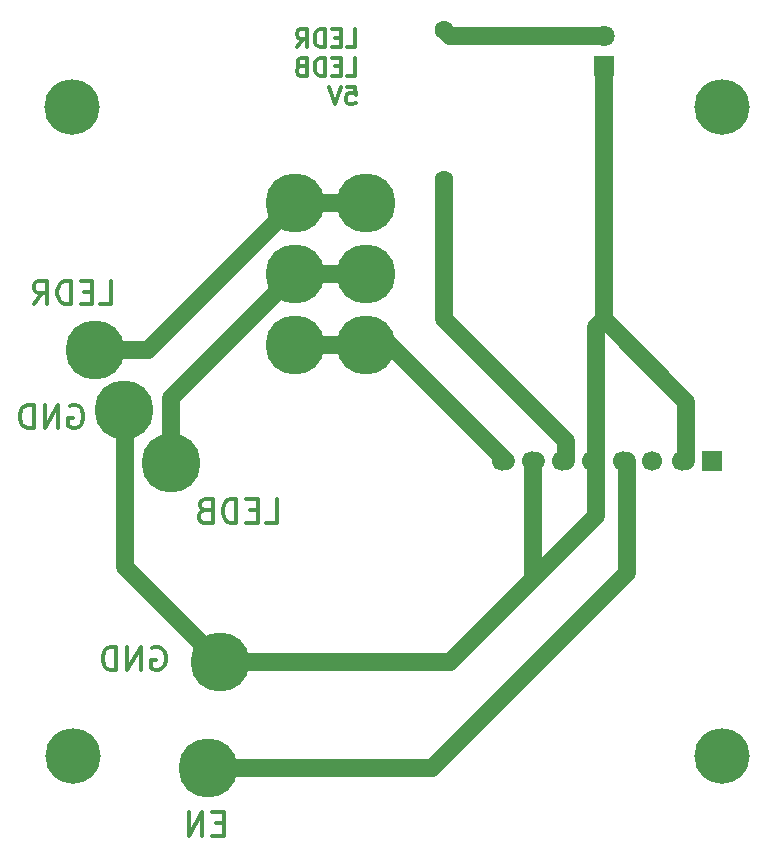
<source format=gbr>
%TF.GenerationSoftware,KiCad,Pcbnew,9.0.4*%
%TF.CreationDate,2025-10-05T17:07:57-04:00*%
%TF.ProjectId,Armor Panel,41726d6f-7220-4506-916e-656c2e6b6963,rev?*%
%TF.SameCoordinates,Original*%
%TF.FileFunction,Copper,L2,Bot*%
%TF.FilePolarity,Positive*%
%FSLAX46Y46*%
G04 Gerber Fmt 4.6, Leading zero omitted, Abs format (unit mm)*
G04 Created by KiCad (PCBNEW 9.0.4) date 2025-10-05 17:07:57*
%MOMM*%
%LPD*%
G01*
G04 APERTURE LIST*
%ADD10C,0.300000*%
%TA.AperFunction,NonConductor*%
%ADD11C,0.300000*%
%TD*%
%TA.AperFunction,ComponentPad*%
%ADD12C,5.000000*%
%TD*%
%TA.AperFunction,ComponentPad*%
%ADD13R,1.700000X1.700000*%
%TD*%
%TA.AperFunction,ComponentPad*%
%ADD14C,1.700000*%
%TD*%
%TA.AperFunction,WasherPad*%
%ADD15C,4.700000*%
%TD*%
%TA.AperFunction,ComponentPad*%
%ADD16R,1.800000X1.800000*%
%TD*%
%TA.AperFunction,ComponentPad*%
%ADD17C,1.800000*%
%TD*%
%TA.AperFunction,ComponentPad*%
%ADD18C,1.600000*%
%TD*%
%TA.AperFunction,Conductor*%
%ADD19C,1.500000*%
%TD*%
%TA.AperFunction,Conductor*%
%ADD20C,0.200000*%
%TD*%
G04 APERTURE END LIST*
D10*
D11*
X126374060Y-95239638D02*
X127326441Y-95239638D01*
X127326441Y-95239638D02*
X127326441Y-93239638D01*
X125707393Y-94192019D02*
X125040726Y-94192019D01*
X124755012Y-95239638D02*
X125707393Y-95239638D01*
X125707393Y-95239638D02*
X125707393Y-93239638D01*
X125707393Y-93239638D02*
X124755012Y-93239638D01*
X123897869Y-95239638D02*
X123897869Y-93239638D01*
X123897869Y-93239638D02*
X123421679Y-93239638D01*
X123421679Y-93239638D02*
X123135964Y-93334876D01*
X123135964Y-93334876D02*
X122945488Y-93525352D01*
X122945488Y-93525352D02*
X122850250Y-93715828D01*
X122850250Y-93715828D02*
X122755012Y-94096780D01*
X122755012Y-94096780D02*
X122755012Y-94382495D01*
X122755012Y-94382495D02*
X122850250Y-94763447D01*
X122850250Y-94763447D02*
X122945488Y-94953923D01*
X122945488Y-94953923D02*
X123135964Y-95144400D01*
X123135964Y-95144400D02*
X123421679Y-95239638D01*
X123421679Y-95239638D02*
X123897869Y-95239638D01*
X121231202Y-94192019D02*
X120945488Y-94287257D01*
X120945488Y-94287257D02*
X120850250Y-94382495D01*
X120850250Y-94382495D02*
X120755012Y-94572971D01*
X120755012Y-94572971D02*
X120755012Y-94858685D01*
X120755012Y-94858685D02*
X120850250Y-95049161D01*
X120850250Y-95049161D02*
X120945488Y-95144400D01*
X120945488Y-95144400D02*
X121135964Y-95239638D01*
X121135964Y-95239638D02*
X121897869Y-95239638D01*
X121897869Y-95239638D02*
X121897869Y-93239638D01*
X121897869Y-93239638D02*
X121231202Y-93239638D01*
X121231202Y-93239638D02*
X121040726Y-93334876D01*
X121040726Y-93334876D02*
X120945488Y-93430114D01*
X120945488Y-93430114D02*
X120850250Y-93620590D01*
X120850250Y-93620590D02*
X120850250Y-93811066D01*
X120850250Y-93811066D02*
X120945488Y-94001542D01*
X120945488Y-94001542D02*
X121040726Y-94096780D01*
X121040726Y-94096780D02*
X121231202Y-94192019D01*
X121231202Y-94192019D02*
X121897869Y-94192019D01*
D10*
D11*
X133231203Y-54970996D02*
X133945489Y-54970996D01*
X133945489Y-54970996D02*
X133945489Y-53470996D01*
X132731203Y-54185282D02*
X132231203Y-54185282D01*
X132016917Y-54970996D02*
X132731203Y-54970996D01*
X132731203Y-54970996D02*
X132731203Y-53470996D01*
X132731203Y-53470996D02*
X132016917Y-53470996D01*
X131374060Y-54970996D02*
X131374060Y-53470996D01*
X131374060Y-53470996D02*
X131016917Y-53470996D01*
X131016917Y-53470996D02*
X130802631Y-53542425D01*
X130802631Y-53542425D02*
X130659774Y-53685282D01*
X130659774Y-53685282D02*
X130588345Y-53828139D01*
X130588345Y-53828139D02*
X130516917Y-54113853D01*
X130516917Y-54113853D02*
X130516917Y-54328139D01*
X130516917Y-54328139D02*
X130588345Y-54613853D01*
X130588345Y-54613853D02*
X130659774Y-54756710D01*
X130659774Y-54756710D02*
X130802631Y-54899568D01*
X130802631Y-54899568D02*
X131016917Y-54970996D01*
X131016917Y-54970996D02*
X131374060Y-54970996D01*
X129016917Y-54970996D02*
X129516917Y-54256710D01*
X129874060Y-54970996D02*
X129874060Y-53470996D01*
X129874060Y-53470996D02*
X129302631Y-53470996D01*
X129302631Y-53470996D02*
X129159774Y-53542425D01*
X129159774Y-53542425D02*
X129088345Y-53613853D01*
X129088345Y-53613853D02*
X129016917Y-53756710D01*
X129016917Y-53756710D02*
X129016917Y-53970996D01*
X129016917Y-53970996D02*
X129088345Y-54113853D01*
X129088345Y-54113853D02*
X129159774Y-54185282D01*
X129159774Y-54185282D02*
X129302631Y-54256710D01*
X129302631Y-54256710D02*
X129874060Y-54256710D01*
X133231203Y-57385912D02*
X133945489Y-57385912D01*
X133945489Y-57385912D02*
X133945489Y-55885912D01*
X132731203Y-56600198D02*
X132231203Y-56600198D01*
X132016917Y-57385912D02*
X132731203Y-57385912D01*
X132731203Y-57385912D02*
X132731203Y-55885912D01*
X132731203Y-55885912D02*
X132016917Y-55885912D01*
X131374060Y-57385912D02*
X131374060Y-55885912D01*
X131374060Y-55885912D02*
X131016917Y-55885912D01*
X131016917Y-55885912D02*
X130802631Y-55957341D01*
X130802631Y-55957341D02*
X130659774Y-56100198D01*
X130659774Y-56100198D02*
X130588345Y-56243055D01*
X130588345Y-56243055D02*
X130516917Y-56528769D01*
X130516917Y-56528769D02*
X130516917Y-56743055D01*
X130516917Y-56743055D02*
X130588345Y-57028769D01*
X130588345Y-57028769D02*
X130659774Y-57171626D01*
X130659774Y-57171626D02*
X130802631Y-57314484D01*
X130802631Y-57314484D02*
X131016917Y-57385912D01*
X131016917Y-57385912D02*
X131374060Y-57385912D01*
X129374060Y-56600198D02*
X129159774Y-56671626D01*
X129159774Y-56671626D02*
X129088345Y-56743055D01*
X129088345Y-56743055D02*
X129016917Y-56885912D01*
X129016917Y-56885912D02*
X129016917Y-57100198D01*
X129016917Y-57100198D02*
X129088345Y-57243055D01*
X129088345Y-57243055D02*
X129159774Y-57314484D01*
X129159774Y-57314484D02*
X129302631Y-57385912D01*
X129302631Y-57385912D02*
X129874060Y-57385912D01*
X129874060Y-57385912D02*
X129874060Y-55885912D01*
X129874060Y-55885912D02*
X129374060Y-55885912D01*
X129374060Y-55885912D02*
X129231203Y-55957341D01*
X129231203Y-55957341D02*
X129159774Y-56028769D01*
X129159774Y-56028769D02*
X129088345Y-56171626D01*
X129088345Y-56171626D02*
X129088345Y-56314484D01*
X129088345Y-56314484D02*
X129159774Y-56457341D01*
X129159774Y-56457341D02*
X129231203Y-56528769D01*
X129231203Y-56528769D02*
X129374060Y-56600198D01*
X129374060Y-56600198D02*
X129874060Y-56600198D01*
X133231203Y-58300828D02*
X133945489Y-58300828D01*
X133945489Y-58300828D02*
X134016917Y-59015114D01*
X134016917Y-59015114D02*
X133945489Y-58943685D01*
X133945489Y-58943685D02*
X133802632Y-58872257D01*
X133802632Y-58872257D02*
X133445489Y-58872257D01*
X133445489Y-58872257D02*
X133302632Y-58943685D01*
X133302632Y-58943685D02*
X133231203Y-59015114D01*
X133231203Y-59015114D02*
X133159774Y-59157971D01*
X133159774Y-59157971D02*
X133159774Y-59515114D01*
X133159774Y-59515114D02*
X133231203Y-59657971D01*
X133231203Y-59657971D02*
X133302632Y-59729400D01*
X133302632Y-59729400D02*
X133445489Y-59800828D01*
X133445489Y-59800828D02*
X133802632Y-59800828D01*
X133802632Y-59800828D02*
X133945489Y-59729400D01*
X133945489Y-59729400D02*
X134016917Y-59657971D01*
X132731203Y-58300828D02*
X132231203Y-59800828D01*
X132231203Y-59800828D02*
X131731203Y-58300828D01*
D10*
D11*
X112374060Y-76739638D02*
X113326441Y-76739638D01*
X113326441Y-76739638D02*
X113326441Y-74739638D01*
X111707393Y-75692019D02*
X111040726Y-75692019D01*
X110755012Y-76739638D02*
X111707393Y-76739638D01*
X111707393Y-76739638D02*
X111707393Y-74739638D01*
X111707393Y-74739638D02*
X110755012Y-74739638D01*
X109897869Y-76739638D02*
X109897869Y-74739638D01*
X109897869Y-74739638D02*
X109421679Y-74739638D01*
X109421679Y-74739638D02*
X109135964Y-74834876D01*
X109135964Y-74834876D02*
X108945488Y-75025352D01*
X108945488Y-75025352D02*
X108850250Y-75215828D01*
X108850250Y-75215828D02*
X108755012Y-75596780D01*
X108755012Y-75596780D02*
X108755012Y-75882495D01*
X108755012Y-75882495D02*
X108850250Y-76263447D01*
X108850250Y-76263447D02*
X108945488Y-76453923D01*
X108945488Y-76453923D02*
X109135964Y-76644400D01*
X109135964Y-76644400D02*
X109421679Y-76739638D01*
X109421679Y-76739638D02*
X109897869Y-76739638D01*
X106755012Y-76739638D02*
X107421679Y-75787257D01*
X107897869Y-76739638D02*
X107897869Y-74739638D01*
X107897869Y-74739638D02*
X107135964Y-74739638D01*
X107135964Y-74739638D02*
X106945488Y-74834876D01*
X106945488Y-74834876D02*
X106850250Y-74930114D01*
X106850250Y-74930114D02*
X106755012Y-75120590D01*
X106755012Y-75120590D02*
X106755012Y-75406304D01*
X106755012Y-75406304D02*
X106850250Y-75596780D01*
X106850250Y-75596780D02*
X106945488Y-75692019D01*
X106945488Y-75692019D02*
X107135964Y-75787257D01*
X107135964Y-75787257D02*
X107897869Y-75787257D01*
D10*
D11*
X122826441Y-120692019D02*
X122159774Y-120692019D01*
X121874060Y-121739638D02*
X122826441Y-121739638D01*
X122826441Y-121739638D02*
X122826441Y-119739638D01*
X122826441Y-119739638D02*
X121874060Y-119739638D01*
X121016917Y-121739638D02*
X121016917Y-119739638D01*
X121016917Y-119739638D02*
X119874060Y-121739638D01*
X119874060Y-121739638D02*
X119874060Y-119739638D01*
D10*
D11*
X109778822Y-85334876D02*
X109969298Y-85239638D01*
X109969298Y-85239638D02*
X110255012Y-85239638D01*
X110255012Y-85239638D02*
X110540727Y-85334876D01*
X110540727Y-85334876D02*
X110731203Y-85525352D01*
X110731203Y-85525352D02*
X110826441Y-85715828D01*
X110826441Y-85715828D02*
X110921679Y-86096780D01*
X110921679Y-86096780D02*
X110921679Y-86382495D01*
X110921679Y-86382495D02*
X110826441Y-86763447D01*
X110826441Y-86763447D02*
X110731203Y-86953923D01*
X110731203Y-86953923D02*
X110540727Y-87144400D01*
X110540727Y-87144400D02*
X110255012Y-87239638D01*
X110255012Y-87239638D02*
X110064536Y-87239638D01*
X110064536Y-87239638D02*
X109778822Y-87144400D01*
X109778822Y-87144400D02*
X109683584Y-87049161D01*
X109683584Y-87049161D02*
X109683584Y-86382495D01*
X109683584Y-86382495D02*
X110064536Y-86382495D01*
X108826441Y-87239638D02*
X108826441Y-85239638D01*
X108826441Y-85239638D02*
X107683584Y-87239638D01*
X107683584Y-87239638D02*
X107683584Y-85239638D01*
X106731203Y-87239638D02*
X106731203Y-85239638D01*
X106731203Y-85239638D02*
X106255013Y-85239638D01*
X106255013Y-85239638D02*
X105969298Y-85334876D01*
X105969298Y-85334876D02*
X105778822Y-85525352D01*
X105778822Y-85525352D02*
X105683584Y-85715828D01*
X105683584Y-85715828D02*
X105588346Y-86096780D01*
X105588346Y-86096780D02*
X105588346Y-86382495D01*
X105588346Y-86382495D02*
X105683584Y-86763447D01*
X105683584Y-86763447D02*
X105778822Y-86953923D01*
X105778822Y-86953923D02*
X105969298Y-87144400D01*
X105969298Y-87144400D02*
X106255013Y-87239638D01*
X106255013Y-87239638D02*
X106731203Y-87239638D01*
D10*
D11*
X116778822Y-105834876D02*
X116969298Y-105739638D01*
X116969298Y-105739638D02*
X117255012Y-105739638D01*
X117255012Y-105739638D02*
X117540727Y-105834876D01*
X117540727Y-105834876D02*
X117731203Y-106025352D01*
X117731203Y-106025352D02*
X117826441Y-106215828D01*
X117826441Y-106215828D02*
X117921679Y-106596780D01*
X117921679Y-106596780D02*
X117921679Y-106882495D01*
X117921679Y-106882495D02*
X117826441Y-107263447D01*
X117826441Y-107263447D02*
X117731203Y-107453923D01*
X117731203Y-107453923D02*
X117540727Y-107644400D01*
X117540727Y-107644400D02*
X117255012Y-107739638D01*
X117255012Y-107739638D02*
X117064536Y-107739638D01*
X117064536Y-107739638D02*
X116778822Y-107644400D01*
X116778822Y-107644400D02*
X116683584Y-107549161D01*
X116683584Y-107549161D02*
X116683584Y-106882495D01*
X116683584Y-106882495D02*
X117064536Y-106882495D01*
X115826441Y-107739638D02*
X115826441Y-105739638D01*
X115826441Y-105739638D02*
X114683584Y-107739638D01*
X114683584Y-107739638D02*
X114683584Y-105739638D01*
X113731203Y-107739638D02*
X113731203Y-105739638D01*
X113731203Y-105739638D02*
X113255013Y-105739638D01*
X113255013Y-105739638D02*
X112969298Y-105834876D01*
X112969298Y-105834876D02*
X112778822Y-106025352D01*
X112778822Y-106025352D02*
X112683584Y-106215828D01*
X112683584Y-106215828D02*
X112588346Y-106596780D01*
X112588346Y-106596780D02*
X112588346Y-106882495D01*
X112588346Y-106882495D02*
X112683584Y-107263447D01*
X112683584Y-107263447D02*
X112778822Y-107453923D01*
X112778822Y-107453923D02*
X112969298Y-107644400D01*
X112969298Y-107644400D02*
X113255013Y-107739638D01*
X113255013Y-107739638D02*
X113731203Y-107739638D01*
D12*
%TO.P,SW1,1,1*%
%TO.N,/LEDB*%
X118390000Y-90150000D03*
%TO.P,SW1,2,3*%
%TO.N,/GND*%
X114390000Y-85650000D03*
%TO.P,SW1,3,4*%
%TO.N,/LEDR*%
X111890000Y-80650000D03*
%TD*%
D13*
%TO.P,CHARGER1,1,Pin_1*%
%TO.N,/USB*%
X164160000Y-90000000D03*
D14*
%TO.P,CHARGER1,2,Pin_2*%
%TO.N,/GND*%
X161620000Y-90000000D03*
%TO.P,CHARGER1,3,Pin_3*%
%TO.N,/Bat*%
X159080000Y-90000000D03*
%TO.P,CHARGER1,4,Pin_4*%
%TO.N,/EN*%
X156595000Y-90000000D03*
%TO.P,CHARGER1,5,Pin_5*%
%TO.N,/GND*%
X154000000Y-90000000D03*
%TO.P,CHARGER1,6,Pin_6*%
%TO.N,/LB*%
X151460000Y-90000000D03*
%TO.P,CHARGER1,7,Pin_7*%
%TO.N,/GND*%
X148920000Y-90000000D03*
%TO.P,CHARGER1,8,Pin_8*%
%TO.N,/5V*%
X146380000Y-90000000D03*
%TD*%
D15*
%TO.P,REF\u002A\u002A,*%
%TO.N,*%
X165040000Y-115000000D03*
%TD*%
D12*
%TO.P,H2,1*%
%TO.N,/5V*%
X134905000Y-80155000D03*
%TD*%
D16*
%TO.P,D2,1,K*%
%TO.N,/GND*%
X155000000Y-56540000D03*
D17*
%TO.P,D2,2,A*%
%TO.N,Net-(D2-A)*%
X155000000Y-54000000D03*
%TD*%
D15*
%TO.P,REF\u002A\u002A,*%
%TO.N,*%
X110040000Y-115000000D03*
%TD*%
D12*
%TO.P,H6,1*%
%TO.N,/LEDR*%
X134905000Y-68155000D03*
%TD*%
D15*
%TO.P,REF\u002A\u002A,*%
%TO.N,*%
X165040000Y-60000000D03*
%TD*%
D12*
%TO.P,H5,1*%
%TO.N,/LEDR*%
X128905000Y-68155000D03*
%TD*%
%TO.P,H4,1*%
%TO.N,/LEDB*%
X134905000Y-74155000D03*
%TD*%
%TO.P,H1,1*%
%TO.N,/5V*%
X128905000Y-80155000D03*
%TD*%
D15*
%TO.P,REF\u002A\u002A,*%
%TO.N,*%
X110020000Y-60000000D03*
%TD*%
D12*
%TO.P,H3,1*%
%TO.N,/LEDB*%
X128905000Y-74155000D03*
%TD*%
D18*
%TO.P,R2,1*%
%TO.N,Net-(D2-A)*%
X141500000Y-53500000D03*
%TO.P,R2,2*%
%TO.N,/LB*%
X141500000Y-66200000D03*
%TD*%
D12*
%TO.P,SW_EN1,1,A*%
%TO.N,/GND*%
X122500000Y-107000000D03*
%TO.P,SW_EN1,2,B*%
%TO.N,/EN*%
X121500000Y-116000000D03*
%TD*%
D19*
%TO.N,/GND*%
X162000000Y-89960000D02*
X161960000Y-90000000D01*
X162000000Y-85000000D02*
X162000000Y-89960000D01*
X155000000Y-78000000D02*
X162000000Y-85000000D01*
X154340000Y-78660000D02*
X155000000Y-78000000D01*
X154340000Y-94660000D02*
X154340000Y-78660000D01*
X149000000Y-100000000D02*
X154340000Y-94660000D01*
X155000000Y-56540000D02*
X155000000Y-78000000D01*
%TO.N,/LB*%
X151800000Y-88300000D02*
X151800000Y-90000000D01*
X141500000Y-78000000D02*
X151800000Y-88300000D01*
X141500000Y-66200000D02*
X141500000Y-78000000D01*
%TO.N,Net-(D2-A)*%
X142000000Y-54000000D02*
X155000000Y-54000000D01*
X141500000Y-53500000D02*
X142000000Y-54000000D01*
D20*
X154500000Y-53500000D02*
X155000000Y-54000000D01*
D19*
%TO.N,/GND*%
X114500000Y-99000000D02*
X114500000Y-85760000D01*
X114500000Y-85760000D02*
X114390000Y-85650000D01*
X122500000Y-107000000D02*
X114500000Y-99000000D01*
%TO.N,/EN*%
X140500000Y-116000000D02*
X121500000Y-116000000D01*
X157000000Y-99500000D02*
X140500000Y-116000000D01*
X157000000Y-90065000D02*
X157000000Y-99500000D01*
X156935000Y-90000000D02*
X157000000Y-90065000D01*
%TO.N,/GND*%
X149000000Y-95000000D02*
X149000000Y-100000000D01*
X142000000Y-107000000D02*
X122500000Y-107000000D01*
X149260000Y-90000000D02*
X149000000Y-90260000D01*
X149000000Y-90260000D02*
X149000000Y-95000000D01*
X149000000Y-100000000D02*
X142000000Y-107000000D01*
%TO.N,/5V*%
X136905000Y-80155000D02*
X146720000Y-89970000D01*
X134905000Y-80155000D02*
X136905000Y-80155000D01*
X134905000Y-80155000D02*
X128905000Y-80155000D01*
%TO.N,/LEDR*%
X128905000Y-68155000D02*
X116410000Y-80650000D01*
X116410000Y-80650000D02*
X111890000Y-80650000D01*
X134905000Y-68155000D02*
X128905000Y-68155000D01*
%TO.N,/LEDB*%
X118390000Y-84670000D02*
X118390000Y-90150000D01*
X134905000Y-74155000D02*
X128905000Y-74155000D01*
X128905000Y-74155000D02*
X118390000Y-84670000D01*
%TD*%
M02*

</source>
